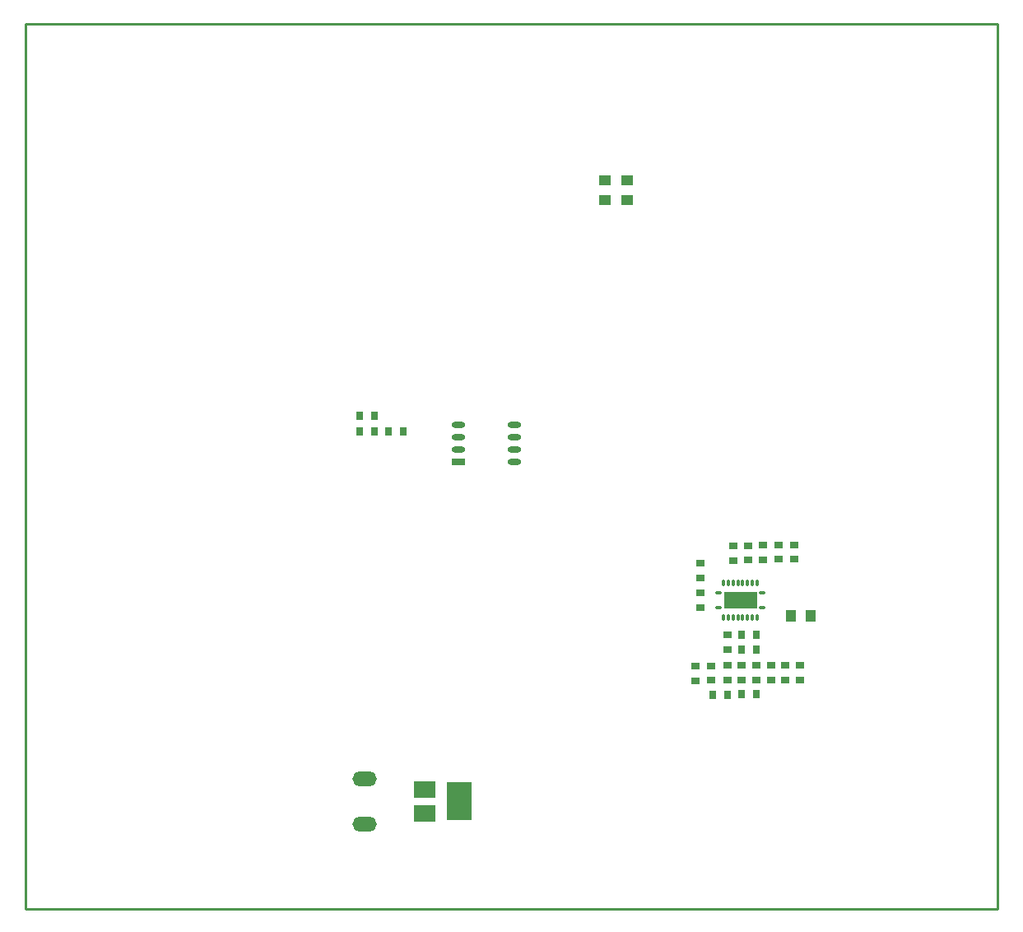
<source format=gbp>
%FSLAX25Y25*%
%MOIN*%
G70*
G01*
G75*
G04 Layer_Color=128*
%ADD10R,0.03937X0.02362*%
%ADD11R,0.03347X0.02756*%
%ADD12O,0.06299X0.01181*%
%ADD13R,0.06299X0.01181*%
%ADD14O,0.01181X0.06299*%
%ADD15R,0.05118X0.03937*%
%ADD16R,0.10630X0.03937*%
%ADD17R,0.03937X0.05118*%
%ADD18R,0.03543X0.02126*%
%ADD19R,0.01969X0.06299*%
%ADD20R,0.14410X0.07874*%
%ADD21R,0.14410X0.09843*%
%ADD22R,0.09449X0.08268*%
%ADD23R,0.05000X0.06000*%
%ADD24R,0.02362X0.02362*%
%ADD25R,0.02362X0.02362*%
%ADD26R,0.02362X0.03937*%
%ADD27O,0.02362X0.06890*%
%ADD28R,0.11811X0.07480*%
%ADD29R,0.02756X0.03347*%
%ADD30R,0.10000X0.07500*%
%ADD31R,0.09843X0.15748*%
%ADD32R,0.08661X0.07087*%
%ADD33O,0.09843X0.05906*%
%ADD34O,0.03543X0.01969*%
%ADD35O,0.03543X0.01969*%
%ADD36R,0.03543X0.01969*%
%ADD37R,0.02559X0.05315*%
%ADD38R,0.20866X0.11024*%
%ADD39R,0.03937X0.10630*%
%ADD40R,0.21654X0.05630*%
%ADD41C,0.02000*%
%ADD42C,0.00800*%
%ADD43C,0.03000*%
%ADD44C,0.03500*%
%ADD45C,0.04000*%
%ADD46C,0.01000*%
%ADD47C,0.01500*%
%ADD48C,0.10000*%
%ADD49C,0.08000*%
%ADD50C,0.05000*%
%ADD51C,0.01200*%
%ADD52R,0.19200X0.07900*%
%ADD53R,0.58405X0.13100*%
%ADD54R,0.24300X1.56600*%
%ADD55R,0.50200X0.62200*%
%ADD56R,0.24100X0.17400*%
%ADD57R,0.25624X0.17093*%
%ADD58R,0.23600X0.17400*%
%ADD59R,0.05906X0.05906*%
%ADD60C,0.05906*%
%ADD61O,0.11811X0.09843*%
%ADD62R,0.11811X0.09843*%
%ADD63O,0.05906X0.09843*%
%ADD64R,0.05906X0.09843*%
%ADD65R,0.09843X0.11811*%
%ADD66O,0.09843X0.11811*%
%ADD67R,0.05906X0.05906*%
%ADD68C,0.06693*%
%ADD69C,0.05500*%
%ADD70O,0.07874X0.15748*%
%ADD71C,0.05512*%
%ADD72R,0.06000X0.10000*%
%ADD73O,0.06000X0.10000*%
%ADD74C,0.02000*%
%ADD75C,0.03000*%
%ADD76C,0.04000*%
%ADD77O,0.05500X0.02500*%
%ADD78R,0.05500X0.02500*%
%ADD79O,0.01181X0.02756*%
%ADD80O,0.02756X0.01181*%
%ADD81R,0.13386X0.07087*%
%ADD82R,0.15000X0.13000*%
%ADD83R,0.19400X0.21500*%
%ADD84R,0.18400X0.60700*%
%ADD85R,0.24600X1.31200*%
%ADD86R,0.50100X0.62100*%
%ADD87C,0.00500*%
%ADD88C,0.00394*%
%ADD89C,0.00984*%
%ADD90C,0.00787*%
%ADD91C,0.00591*%
%ADD92R,0.04724X0.02756*%
%ADD93R,0.01968X0.03543*%
%ADD94R,0.23900X1.20759*%
%ADD95R,0.14900X0.21400*%
%ADD96R,0.04737X0.03162*%
%ADD97R,0.04147X0.03556*%
%ADD98O,0.07099X0.01981*%
%ADD99R,0.07099X0.01981*%
%ADD100O,0.01981X0.07099*%
%ADD101R,0.05918X0.04737*%
%ADD102R,0.11430X0.04737*%
%ADD103R,0.04737X0.05918*%
%ADD104R,0.04343X0.02926*%
%ADD105R,0.02769X0.07099*%
%ADD106R,0.15210X0.08674*%
%ADD107R,0.15210X0.10642*%
%ADD108R,0.10249X0.09068*%
%ADD109R,0.05800X0.06800*%
%ADD110R,0.03162X0.03162*%
%ADD111R,0.03162X0.03162*%
%ADD112R,0.03162X0.04737*%
%ADD113O,0.03162X0.07690*%
%ADD114R,0.12611X0.08280*%
%ADD115R,0.03556X0.04147*%
%ADD116R,0.10800X0.08300*%
%ADD117R,0.10642X0.16548*%
%ADD118R,0.09461X0.07887*%
%ADD119O,0.10642X0.06706*%
%ADD120O,0.04343X0.02769*%
%ADD121O,0.04343X0.02769*%
%ADD122R,0.04343X0.02769*%
%ADD123R,0.03359X0.06115*%
%ADD124R,0.21666X0.11824*%
%ADD125R,0.04737X0.11430*%
%ADD126R,0.22453X0.06430*%
%ADD127R,0.06706X0.06706*%
%ADD128C,0.06706*%
%ADD129O,0.12611X0.10642*%
%ADD130R,0.12611X0.10642*%
%ADD131O,0.06706X0.10642*%
%ADD132R,0.06706X0.10642*%
%ADD133R,0.10642X0.12611*%
%ADD134O,0.10642X0.12611*%
%ADD135R,0.06706X0.06706*%
%ADD136C,0.07493*%
%ADD137C,0.06300*%
%ADD138O,0.08674X0.16548*%
%ADD139C,0.06312*%
%ADD140R,0.06800X0.10800*%
%ADD141O,0.06800X0.10800*%
%ADD142R,0.13323X0.25300*%
%ADD143R,0.24600X1.27600*%
%ADD144O,0.06300X0.03300*%
%ADD145R,0.06300X0.03300*%
%ADD146O,0.01981X0.03556*%
%ADD147O,0.03556X0.01981*%
%ADD148R,0.14186X0.07887*%
D11*
X273177Y-236400D02*
D03*
Y-230494D02*
D03*
X286477Y-217500D02*
D03*
Y-211595D02*
D03*
X301802Y-259794D02*
D03*
Y-265700D02*
D03*
X298777Y-211200D02*
D03*
Y-217106D02*
D03*
X304977Y-211000D02*
D03*
Y-216905D02*
D03*
X295965Y-259794D02*
D03*
Y-265700D02*
D03*
X292477Y-217206D02*
D03*
Y-211300D02*
D03*
X311177Y-216905D02*
D03*
Y-211000D02*
D03*
X273277Y-224505D02*
D03*
Y-218600D02*
D03*
X284277Y-253306D02*
D03*
Y-247400D02*
D03*
X271400Y-266005D02*
D03*
Y-260100D02*
D03*
X284290Y-265700D02*
D03*
Y-259794D02*
D03*
X290127Y-259794D02*
D03*
Y-265700D02*
D03*
X307640Y-259794D02*
D03*
Y-265700D02*
D03*
X313477Y-259794D02*
D03*
Y-265700D02*
D03*
X277500Y-265905D02*
D03*
Y-260000D02*
D03*
D15*
X243600Y-63600D02*
D03*
Y-71474D02*
D03*
X234600Y-63500D02*
D03*
Y-71374D02*
D03*
D17*
X309977Y-239900D02*
D03*
X317851D02*
D03*
D29*
X295877Y-253400D02*
D03*
X289972D02*
D03*
X295977Y-247400D02*
D03*
X290072D02*
D03*
X278400Y-271800D02*
D03*
X284306D02*
D03*
X295983Y-271400D02*
D03*
X290077D02*
D03*
X135294Y-165100D02*
D03*
X141200D02*
D03*
X141305Y-158800D02*
D03*
X135400D02*
D03*
X146994Y-165000D02*
D03*
X152900D02*
D03*
D31*
X175757Y-314900D02*
D03*
D32*
X161583Y-309979D02*
D03*
X161584Y-319821D02*
D03*
D33*
X137371Y-305845D02*
D03*
Y-323955D02*
D03*
D46*
X0Y-33D02*
X393701D01*
X0Y-358301D02*
Y-33D01*
Y-358301D02*
X393701D01*
Y-33D01*
D77*
X175300Y-172500D02*
D03*
X197938D02*
D03*
X175300Y-162500D02*
D03*
Y-167500D02*
D03*
X197938Y-162500D02*
D03*
Y-177500D02*
D03*
Y-167500D02*
D03*
D78*
X175300Y-177500D02*
D03*
D79*
X296367Y-240390D02*
D03*
X294398D02*
D03*
X292430D02*
D03*
X290461D02*
D03*
X288493D02*
D03*
X286524D02*
D03*
X284556D02*
D03*
X282587D02*
D03*
Y-226610D02*
D03*
X284556D02*
D03*
X286524D02*
D03*
X288493D02*
D03*
X290461D02*
D03*
X292430D02*
D03*
X294398D02*
D03*
X296367D02*
D03*
D80*
X280619Y-236453D02*
D03*
Y-230547D02*
D03*
X298336D02*
D03*
Y-236453D02*
D03*
D81*
X289477Y-233500D02*
D03*
M02*

</source>
